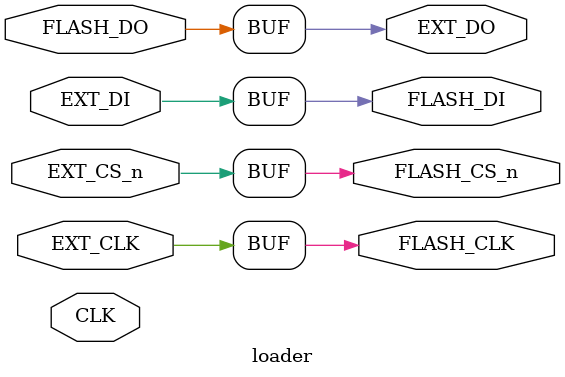
<source format=v>
module loader (
	
	CLK, // global clock 48 MHz
	
	FLASH_CS_n, // pullup
	FLASH_DO,
	FLASH_CLK,
	FLASH_DI,
	
	EXT_CS_n, // PIN_2 = DS_G
	EXT_DO,	 // PIN_3 = DS_DP
	EXT_CLK,  // PIN_1 = DS_C
	EXT_DI    // PIN_141 = DS_D
);

input CLK;

output FLASH_CS_n;
output FLASH_CLK;
output FLASH_DI;
input FLASH_DO;

input EXT_CS_n;
input EXT_CLK;
input EXT_DI;
output EXT_DO;

assign FLASH_CS_n = EXT_CS_n;
assign FLASH_CLK = EXT_CLK;
assign FLASH_DI = EXT_DI;
assign EXT_DO = FLASH_DO;


/*output reg FLASH_CS_n;
output reg FLASH_CLK;
output reg FLASH_DI;
input FLASH_DO;

input EXT_CS_n;
input EXT_CLK;
input EXT_DI;
output reg EXT_DO;

always @(posedge(CLK)) begin
	FLASH_CS_n = EXT_CS_n;
	FLASH_CLK = EXT_CLK;
	FLASH_DI = EXT_DI;
	EXT_DO = FLASH_DO;
end
*/
endmodule

</source>
